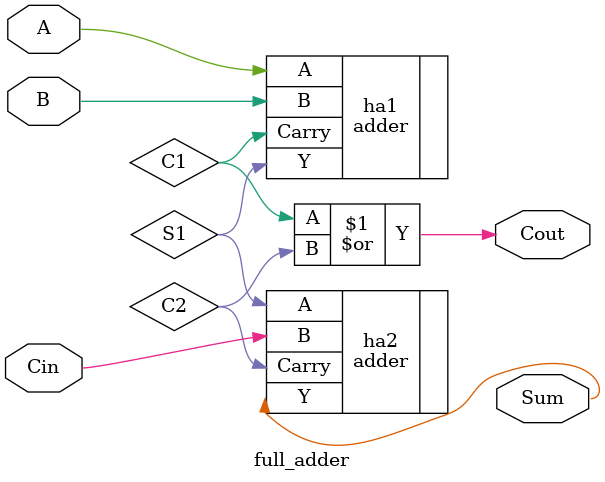
<source format=v>
module full_adder (
    // Declare inputs
    input A,
    input B,
    input Cin,
    // Declare outputs
    output Sum,
    output Cout
);

    wire S1, C1, C2;

    // First half adder
    adder ha1 (
        .A(A),
        .B(B),
        .Y(S1),
        .Carry(C1)
    );

    // Second half adder
    adder ha2 (
        .A(S1),
        .B(Cin),
        .Y(Sum),
        .Carry(C2)
    );

    assign Cout = C1 | C2;

endmodule
</source>
